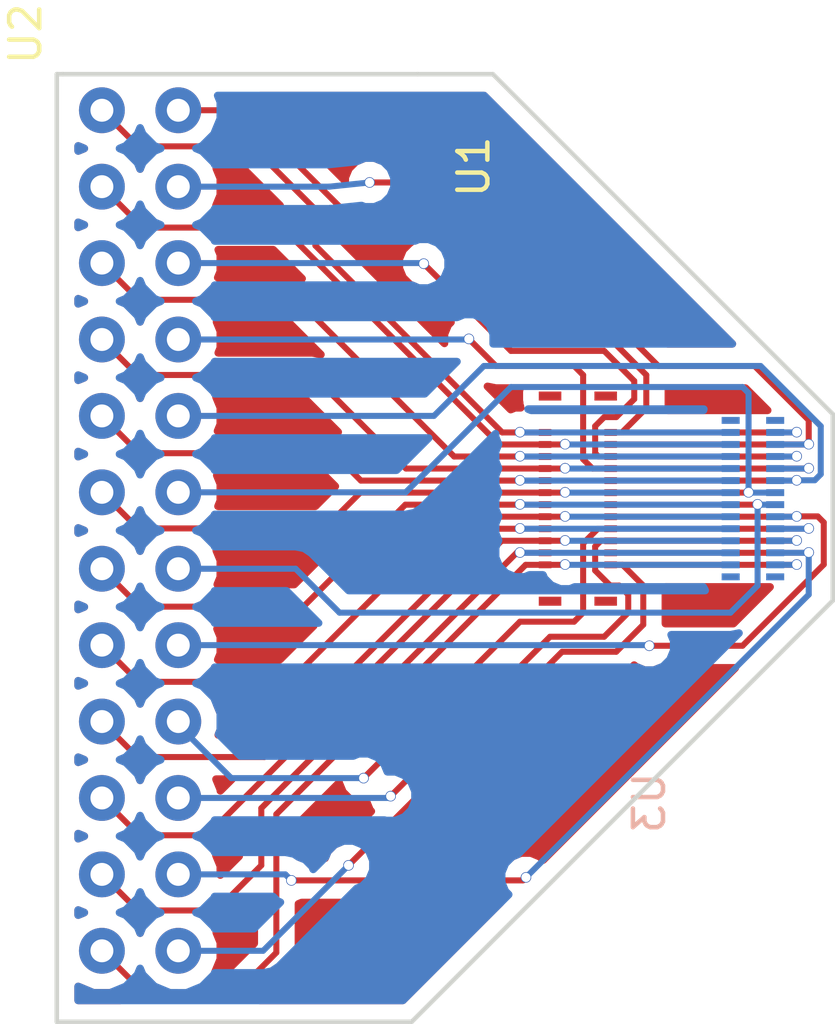
<source format=kicad_pcb>
(kicad_pcb (version 4) (host pcbnew 4.0.4-stable)

  (general
    (links 48)
    (no_connects 0)
    (area 134.185 76.96 161.975001 110.975001)
    (thickness 1.6)
    (drawings 11)
    (tracks 282)
    (zones 0)
    (modules 3)
    (nets 25)
  )

  (page A4)
  (layers
    (0 F.Cu signal)
    (31 B.Cu signal)
    (32 B.Adhes user)
    (33 F.Adhes user)
    (34 B.Paste user)
    (35 F.Paste user)
    (36 B.SilkS user)
    (37 F.SilkS user)
    (38 B.Mask user)
    (39 F.Mask user)
    (40 Dwgs.User user)
    (41 Cmts.User user)
    (42 Eco1.User user)
    (43 Eco2.User user)
    (44 Edge.Cuts user)
    (45 Margin user)
    (46 B.CrtYd user)
    (47 F.CrtYd user)
    (48 B.Fab user)
    (49 F.Fab user)
  )

  (setup
    (last_trace_width 0.2)
    (trace_clearance 0.1)
    (zone_clearance 0.508)
    (zone_45_only no)
    (trace_min 0.2)
    (segment_width 0.2)
    (edge_width 0.15)
    (via_size 0.35)
    (via_drill 0.3)
    (via_min_size 0.35)
    (via_min_drill 0.3)
    (uvia_size 0.3)
    (uvia_drill 0.1)
    (uvias_allowed no)
    (uvia_min_size 0.2)
    (uvia_min_drill 0.1)
    (pcb_text_width 0.3)
    (pcb_text_size 1.5 1.5)
    (mod_edge_width 0.15)
    (mod_text_size 1 1)
    (mod_text_width 0.15)
    (pad_size 0.23 0.6)
    (pad_drill 0)
    (pad_to_mask_clearance 0.2)
    (aux_axis_origin 0 0)
    (visible_elements FFFFFF7F)
    (pcbplotparams
      (layerselection 0x010f0_80000001)
      (usegerberextensions false)
      (excludeedgelayer true)
      (linewidth 0.100000)
      (plotframeref false)
      (viasonmask false)
      (mode 1)
      (useauxorigin false)
      (hpglpennumber 1)
      (hpglpenspeed 20)
      (hpglpendiameter 15)
      (hpglpenoverlay 2)
      (psnegative false)
      (psa4output false)
      (plotreference true)
      (plotvalue true)
      (plotinvisibletext false)
      (padsonsilk false)
      (subtractmaskfromsilk false)
      (outputformat 1)
      (mirror false)
      (drillshape 0)
      (scaleselection 1)
      (outputdirectory Output/))
  )

  (net 0 "")
  (net 1 "Net-(U1-Pad1)")
  (net 2 "Net-(U1-Pad2)")
  (net 3 "Net-(U1-Pad3)")
  (net 4 "Net-(U1-Pad4)")
  (net 5 "Net-(U1-Pad5)")
  (net 6 "Net-(U1-Pad6)")
  (net 7 "Net-(U1-Pad7)")
  (net 8 "Net-(U1-Pad8)")
  (net 9 "Net-(U1-Pad9)")
  (net 10 "Net-(U1-Pad10)")
  (net 11 "Net-(U1-Pad11)")
  (net 12 "Net-(U1-Pad12)")
  (net 13 "Net-(U1-Pad13)")
  (net 14 "Net-(U1-Pad14)")
  (net 15 "Net-(U1-Pad15)")
  (net 16 "Net-(U1-Pad16)")
  (net 17 "Net-(U1-Pad17)")
  (net 18 "Net-(U1-Pad18)")
  (net 19 "Net-(U1-Pad19)")
  (net 20 "Net-(U1-Pad20)")
  (net 21 "Net-(U1-Pad21)")
  (net 22 "Net-(U1-Pad22)")
  (net 23 "Net-(U1-Pad23)")
  (net 24 "Net-(U1-Pad24)")

  (net_class Default "This is the default net class."
    (clearance 0.1)
    (trace_width 0.2)
    (via_dia 0.35)
    (via_drill 0.3)
    (uvia_dia 0.3)
    (uvia_drill 0.1)
    (add_net "Net-(U1-Pad1)")
    (add_net "Net-(U1-Pad10)")
    (add_net "Net-(U1-Pad11)")
    (add_net "Net-(U1-Pad12)")
    (add_net "Net-(U1-Pad13)")
    (add_net "Net-(U1-Pad14)")
    (add_net "Net-(U1-Pad15)")
    (add_net "Net-(U1-Pad16)")
    (add_net "Net-(U1-Pad17)")
    (add_net "Net-(U1-Pad18)")
    (add_net "Net-(U1-Pad19)")
    (add_net "Net-(U1-Pad2)")
    (add_net "Net-(U1-Pad20)")
    (add_net "Net-(U1-Pad21)")
    (add_net "Net-(U1-Pad22)")
    (add_net "Net-(U1-Pad23)")
    (add_net "Net-(U1-Pad24)")
    (add_net "Net-(U1-Pad3)")
    (add_net "Net-(U1-Pad4)")
    (add_net "Net-(U1-Pad5)")
    (add_net "Net-(U1-Pad6)")
    (add_net "Net-(U1-Pad7)")
    (add_net "Net-(U1-Pad8)")
    (add_net "Net-(U1-Pad9)")
  )

  (module CustomConnect:CONN_HDR_24POS_0.4MM_SMD (layer B.Cu) (tedit 5A28CCB1) (tstamp 5A28DE3F)
    (at 158.34 96 90)
    (path /5A28CE0D)
    (fp_text reference U3 (at -7.62 -2.54 90) (layer B.SilkS)
      (effects (font (size 1 1) (thickness 0.15)) (justify mirror))
    )
    (fp_text value RECPT_24POS_SMD (at 1.27 -1.27 90) (layer B.Fab)
      (effects (font (size 1 1) (thickness 0.15)) (justify mirror))
    )
    (pad "" smd rect (at 5.09 0.165 270) (size 0.23 0.6) (layers B.Cu B.Paste B.Mask))
    (pad 1 smd rect (at 4.69 0.165 270) (size 0.23 0.6) (layers B.Cu B.Paste B.Mask)
      (net 1 "Net-(U1-Pad1)"))
    (pad 2 smd rect (at 4.29 0.165 270) (size 0.23 0.6) (layers B.Cu B.Paste B.Mask)
      (net 2 "Net-(U1-Pad2)"))
    (pad 3 smd rect (at 3.89 0.165 270) (size 0.23 0.6) (layers B.Cu B.Paste B.Mask)
      (net 3 "Net-(U1-Pad3)"))
    (pad 4 smd rect (at 3.49 0.165 270) (size 0.23 0.6) (layers B.Cu B.Paste B.Mask)
      (net 4 "Net-(U1-Pad4)"))
    (pad 5 smd rect (at 3.09 0.165 270) (size 0.23 0.6) (layers B.Cu B.Paste B.Mask)
      (net 5 "Net-(U1-Pad5)"))
    (pad 6 smd rect (at 2.69 0.165 270) (size 0.23 0.6) (layers B.Cu B.Paste B.Mask)
      (net 6 "Net-(U1-Pad6)"))
    (pad 7 smd rect (at 2.29 0.165 270) (size 0.23 0.6) (layers B.Cu B.Paste B.Mask)
      (net 7 "Net-(U1-Pad7)"))
    (pad 8 smd rect (at 1.89 0.165 270) (size 0.23 0.6) (layers B.Cu B.Paste B.Mask)
      (net 8 "Net-(U1-Pad8)"))
    (pad 9 smd rect (at 1.49 0.165 270) (size 0.23 0.6) (layers B.Cu B.Paste B.Mask)
      (net 9 "Net-(U1-Pad9)"))
    (pad 10 smd rect (at 1.09 0.165 270) (size 0.23 0.6) (layers B.Cu B.Paste B.Mask)
      (net 10 "Net-(U1-Pad10)"))
    (pad 11 smd rect (at 0.69 0.165 270) (size 0.23 0.6) (layers B.Cu B.Paste B.Mask)
      (net 11 "Net-(U1-Pad11)"))
    (pad 12 smd rect (at 0.29 0.165 270) (size 0.23 0.6) (layers B.Cu B.Paste B.Mask)
      (net 12 "Net-(U1-Pad12)"))
    (pad "" smd rect (at -0.11 0.165 270) (size 0.23 0.6) (layers B.Cu B.Paste B.Mask))
    (pad "" smd rect (at -0.11 1.645 270) (size 0.23 0.6) (layers B.Cu B.Paste B.Mask))
    (pad 13 smd rect (at 0.29 1.645 270) (size 0.23 0.6) (layers B.Cu B.Paste B.Mask)
      (net 13 "Net-(U1-Pad13)"))
    (pad 14 smd rect (at 0.69 1.645 270) (size 0.23 0.6) (layers B.Cu B.Paste B.Mask)
      (net 14 "Net-(U1-Pad14)"))
    (pad 15 smd rect (at 1.09 1.645 270) (size 0.23 0.6) (layers B.Cu B.Paste B.Mask)
      (net 15 "Net-(U1-Pad15)"))
    (pad 16 smd rect (at 1.49 1.645 270) (size 0.23 0.6) (layers B.Cu B.Paste B.Mask)
      (net 16 "Net-(U1-Pad16)"))
    (pad 17 smd rect (at 1.89 1.645 270) (size 0.23 0.6) (layers B.Cu B.Paste B.Mask)
      (net 17 "Net-(U1-Pad17)"))
    (pad 18 smd rect (at 2.29 1.645 270) (size 0.23 0.6) (layers B.Cu B.Paste B.Mask)
      (net 18 "Net-(U1-Pad18)"))
    (pad 19 smd rect (at 2.69 1.645 270) (size 0.23 0.6) (layers B.Cu B.Paste B.Mask)
      (net 19 "Net-(U1-Pad19)"))
    (pad 20 smd rect (at 3.09 1.645 270) (size 0.23 0.6) (layers B.Cu B.Paste B.Mask)
      (net 20 "Net-(U1-Pad20)"))
    (pad 21 smd rect (at 3.49 1.645 270) (size 0.23 0.6) (layers B.Cu B.Paste B.Mask)
      (net 21 "Net-(U1-Pad21)"))
    (pad 22 smd rect (at 3.89 1.645 270) (size 0.23 0.6) (layers B.Cu B.Paste B.Mask)
      (net 22 "Net-(U1-Pad22)"))
    (pad 23 smd rect (at 4.29 1.645 270) (size 0.23 0.6) (layers B.Cu B.Paste B.Mask)
      (net 23 "Net-(U1-Pad23)"))
    (pad 24 smd rect (at 4.69 1.645 270) (size 0.23 0.6) (layers B.Cu B.Paste B.Mask)
      (net 24 "Net-(U1-Pad24)"))
    (pad "" smd rect (at 5.09 1.645 270) (size 0.23 0.6) (layers B.Cu B.Paste B.Mask))
  )

  (module CustomConnect:CONN_RCPT_24POS_0.4MM_SMD (layer F.Cu) (tedit 5A28C99E) (tstamp 5A28DE03)
    (at 152.5 90.1 270)
    (path /5A28CEBE)
    (fp_text reference U1 (at -7.62 2.54 270) (layer F.SilkS)
      (effects (font (size 1 1) (thickness 0.15)))
    )
    (fp_text value RECPT_24POS_SMD (at 1.27 1.27 270) (layer F.Fab)
      (effects (font (size 1 1) (thickness 0.15)))
    )
    (pad "" connect rect (at 0 -1.85 270) (size 0.3 0.75) (layers F.Cu F.Mask))
    (pad "" smd rect (at 6.82 -1.85 270) (size 0.3 0.75) (layers F.Cu F.Paste F.Mask))
    (pad "" smd rect (at 6.82 0 270) (size 0.3 0.75) (layers F.Cu F.Paste F.Mask))
    (pad "" smd rect (at 0 0 270) (size 0.3 0.75) (layers F.Cu F.Paste F.Mask))
    (pad 1 smd rect (at 1.21 0.165 270) (size 0.23 0.42) (layers F.Cu F.Paste F.Mask)
      (net 1 "Net-(U1-Pad1)"))
    (pad 2 smd rect (at 1.61 0.165 270) (size 0.23 0.42) (layers F.Cu F.Paste F.Mask)
      (net 2 "Net-(U1-Pad2)"))
    (pad 3 smd rect (at 2.01 0.165 270) (size 0.23 0.42) (layers F.Cu F.Paste F.Mask)
      (net 3 "Net-(U1-Pad3)"))
    (pad 4 smd rect (at 2.41 0.165 270) (size 0.23 0.42) (layers F.Cu F.Paste F.Mask)
      (net 4 "Net-(U1-Pad4)"))
    (pad 5 smd rect (at 2.81 0.165 270) (size 0.23 0.42) (layers F.Cu F.Paste F.Mask)
      (net 5 "Net-(U1-Pad5)"))
    (pad 6 smd rect (at 3.21 0.165 270) (size 0.23 0.42) (layers F.Cu F.Paste F.Mask)
      (net 6 "Net-(U1-Pad6)"))
    (pad 7 smd rect (at 3.61 0.165 270) (size 0.23 0.42) (layers F.Cu F.Paste F.Mask)
      (net 7 "Net-(U1-Pad7)"))
    (pad 8 smd rect (at 4.01 0.165 270) (size 0.23 0.42) (layers F.Cu F.Paste F.Mask)
      (net 8 "Net-(U1-Pad8)"))
    (pad 9 smd rect (at 4.41 0.165 270) (size 0.23 0.42) (layers F.Cu F.Paste F.Mask)
      (net 9 "Net-(U1-Pad9)"))
    (pad 10 smd rect (at 4.81 0.165 270) (size 0.23 0.42) (layers F.Cu F.Paste F.Mask)
      (net 10 "Net-(U1-Pad10)"))
    (pad 11 smd rect (at 5.21 0.165 270) (size 0.23 0.42) (layers F.Cu F.Paste F.Mask)
      (net 11 "Net-(U1-Pad11)"))
    (pad 12 smd rect (at 5.61 0.165 270) (size 0.23 0.42) (layers F.Cu F.Paste F.Mask)
      (net 12 "Net-(U1-Pad12)"))
    (pad 13 smd rect (at 5.61 -2.015 270) (size 0.23 0.42) (layers F.Cu F.Paste F.Mask)
      (net 13 "Net-(U1-Pad13)"))
    (pad 14 smd rect (at 5.21 -2.015 270) (size 0.23 0.42) (layers F.Cu F.Paste F.Mask)
      (net 14 "Net-(U1-Pad14)"))
    (pad 15 smd rect (at 4.81 -2.015 270) (size 0.23 0.42) (layers F.Cu F.Paste F.Mask)
      (net 15 "Net-(U1-Pad15)"))
    (pad 16 smd rect (at 4.41 -2.015 270) (size 0.23 0.42) (layers F.Cu F.Paste F.Mask)
      (net 16 "Net-(U1-Pad16)"))
    (pad 17 smd rect (at 4.01 -2.015 270) (size 0.23 0.42) (layers F.Cu F.Paste F.Mask)
      (net 17 "Net-(U1-Pad17)"))
    (pad 18 smd rect (at 3.61 -2.015 270) (size 0.23 0.42) (layers F.Cu F.Paste F.Mask)
      (net 18 "Net-(U1-Pad18)"))
    (pad 19 smd rect (at 3.21 -2.015 270) (size 0.23 0.42) (layers F.Cu F.Paste F.Mask)
      (net 19 "Net-(U1-Pad19)"))
    (pad 20 smd rect (at 2.81 -2.015 270) (size 0.23 0.42) (layers F.Cu F.Paste F.Mask)
      (net 20 "Net-(U1-Pad20)"))
    (pad 21 smd rect (at 2.41 -2.015 270) (size 0.23 0.42) (layers F.Cu F.Paste F.Mask)
      (net 21 "Net-(U1-Pad21)"))
    (pad 22 smd rect (at 2.01 -2.015 270) (size 0.23 0.42) (layers F.Cu F.Paste F.Mask)
      (net 22 "Net-(U1-Pad22)"))
    (pad 23 smd rect (at 1.61 -2.015 270) (size 0.23 0.42) (layers F.Cu F.Paste F.Mask)
      (net 23 "Net-(U1-Pad23)"))
    (pad 24 smd rect (at 1.21 -2.015 270) (size 0.23 0.42) (layers F.Cu F.Paste F.Mask)
      (net 24 "Net-(U1-Pad24)"))
  )

  (module CustomConnect:24_PIN_2ROW_HEADER (layer F.Cu) (tedit 5A28DA7D) (tstamp 5A28DE1F)
    (at 137.6 80.6 270)
    (path /5A28D636)
    (fp_text reference U2 (at -2.54 2.54 270) (layer F.SilkS)
      (effects (font (size 1 1) (thickness 0.15)))
    )
    (fp_text value 24_PIN_HDR_TH (at 7.62 2.54 270) (layer F.Fab)
      (effects (font (size 1 1) (thickness 0.15)))
    )
    (pad 1 thru_hole circle (at 0 0 270) (size 1.524 1.524) (drill 0.762) (layers *.Cu *.Mask)
      (net 1 "Net-(U1-Pad1)"))
    (pad 2 thru_hole circle (at 2.54 0 270) (size 1.524 1.524) (drill 0.762) (layers *.Cu *.Mask)
      (net 2 "Net-(U1-Pad2)"))
    (pad 3 thru_hole circle (at 5.08 0 270) (size 1.524 1.524) (drill 0.762) (layers *.Cu *.Mask)
      (net 3 "Net-(U1-Pad3)"))
    (pad 4 thru_hole circle (at 7.62 0 270) (size 1.524 1.524) (drill 0.762) (layers *.Cu *.Mask)
      (net 4 "Net-(U1-Pad4)"))
    (pad 5 thru_hole circle (at 10.16 0 270) (size 1.524 1.524) (drill 0.762) (layers *.Cu *.Mask)
      (net 5 "Net-(U1-Pad5)"))
    (pad 6 thru_hole circle (at 12.7 0 270) (size 1.524 1.524) (drill 0.762) (layers *.Cu *.Mask)
      (net 6 "Net-(U1-Pad6)"))
    (pad 7 thru_hole circle (at 15.24 0 270) (size 1.524 1.524) (drill 0.762) (layers *.Cu *.Mask)
      (net 7 "Net-(U1-Pad7)"))
    (pad 8 thru_hole circle (at 17.78 0 270) (size 1.524 1.524) (drill 0.762) (layers *.Cu *.Mask)
      (net 8 "Net-(U1-Pad8)"))
    (pad 9 thru_hole circle (at 20.32 0 270) (size 1.524 1.524) (drill 0.762) (layers *.Cu *.Mask)
      (net 9 "Net-(U1-Pad9)"))
    (pad 10 thru_hole circle (at 22.86 0 270) (size 1.524 1.524) (drill 0.762) (layers *.Cu *.Mask)
      (net 10 "Net-(U1-Pad10)"))
    (pad 11 thru_hole circle (at 25.4 0 270) (size 1.524 1.524) (drill 0.762) (layers *.Cu *.Mask)
      (net 11 "Net-(U1-Pad11)"))
    (pad 12 thru_hole circle (at 27.94 0 270) (size 1.524 1.524) (drill 0.762) (layers *.Cu *.Mask)
      (net 12 "Net-(U1-Pad12)"))
    (pad 13 thru_hole circle (at 27.94 -2.54 270) (size 1.524 1.524) (drill 0.762) (layers *.Cu *.Mask)
      (net 13 "Net-(U1-Pad13)"))
    (pad 14 thru_hole circle (at 25.4 -2.54 270) (size 1.524 1.524) (drill 0.762) (layers *.Cu *.Mask)
      (net 14 "Net-(U1-Pad14)"))
    (pad 15 thru_hole circle (at 22.86 -2.54 270) (size 1.524 1.524) (drill 0.762) (layers *.Cu *.Mask)
      (net 15 "Net-(U1-Pad15)"))
    (pad 16 thru_hole circle (at 20.32 -2.54 270) (size 1.524 1.524) (drill 0.762) (layers *.Cu *.Mask)
      (net 16 "Net-(U1-Pad16)"))
    (pad 17 thru_hole circle (at 17.78 -2.54 270) (size 1.524 1.524) (drill 0.762) (layers *.Cu *.Mask)
      (net 17 "Net-(U1-Pad17)"))
    (pad 18 thru_hole circle (at 15.24 -2.54 270) (size 1.524 1.524) (drill 0.762) (layers *.Cu *.Mask)
      (net 18 "Net-(U1-Pad18)"))
    (pad 19 thru_hole circle (at 12.7 -2.54 270) (size 1.524 1.524) (drill 0.762) (layers *.Cu *.Mask)
      (net 19 "Net-(U1-Pad19)"))
    (pad 20 thru_hole circle (at 10.16 -2.54 270) (size 1.524 1.524) (drill 0.762) (layers *.Cu *.Mask)
      (net 20 "Net-(U1-Pad20)"))
    (pad 21 thru_hole circle (at 7.62 -2.54 270) (size 1.524 1.524) (drill 0.762) (layers *.Cu *.Mask)
      (net 21 "Net-(U1-Pad21)"))
    (pad 22 thru_hole circle (at 5.08 -2.54 270) (size 1.524 1.524) (drill 0.762) (layers *.Cu *.Mask)
      (net 22 "Net-(U1-Pad22)"))
    (pad 23 thru_hole circle (at 2.54 -2.54 270) (size 1.524 1.524) (drill 0.762) (layers *.Cu *.Mask)
      (net 23 "Net-(U1-Pad23)"))
    (pad 24 thru_hole circle (at 0 -2.54 270) (size 1.524 1.524) (drill 0.762) (layers *.Cu *.Mask)
      (net 24 "Net-(U1-Pad24)"))
  )

  (gr_line (start 161.9 96.9) (end 161.9 96.8) (angle 90) (layer Edge.Cuts) (width 0.15))
  (gr_line (start 147.9 110.9) (end 161.9 96.9) (angle 90) (layer Edge.Cuts) (width 0.15))
  (gr_line (start 147.9 110.9) (end 136.1 110.9) (angle 90) (layer Edge.Cuts) (width 0.15))
  (gr_line (start 161.9 96.3) (end 161.9 96.8) (angle 90) (layer Edge.Cuts) (width 0.15))
  (gr_line (start 161.9 93.4) (end 161.9 96.3) (angle 90) (layer Edge.Cuts) (width 0.15))
  (gr_line (start 150.6 79.4) (end 148.1 79.4) (angle 90) (layer Edge.Cuts) (width 0.15))
  (gr_line (start 161.9 90.7) (end 150.6 79.4) (angle 90) (layer Edge.Cuts) (width 0.15))
  (gr_line (start 161.9 93.4) (end 161.9 90.7) (angle 90) (layer Edge.Cuts) (width 0.15))
  (gr_line (start 136.3 79.4) (end 148.1 79.4) (angle 90) (layer Edge.Cuts) (width 0.15))
  (gr_line (start 136.1 79.4) (end 136.3 79.4) (angle 90) (layer Edge.Cuts) (width 0.15))
  (gr_line (start 136.1 110.9) (end 136.1 79.4) (angle 90) (layer Edge.Cuts) (width 0.15))

  (segment (start 152.335 91.31) (end 150.91 91.31) (width 0.2) (layer F.Cu) (net 1))
  (segment (start 138.8 81.8) (end 137.6 80.6) (width 0.2) (layer F.Cu) (net 1) (tstamp 5A28E982))
  (segment (start 142.6 81.8) (end 138.8 81.8) (width 0.2) (layer F.Cu) (net 1) (tstamp 5A28E980))
  (segment (start 144.7 83.9) (end 142.6 81.8) (width 0.2) (layer F.Cu) (net 1) (tstamp 5A28E97E))
  (segment (start 144.7 85.1) (end 144.7 83.9) (width 0.2) (layer F.Cu) (net 1) (tstamp 5A28E97C))
  (segment (start 150.91 91.31) (end 144.7 85.1) (width 0.2) (layer F.Cu) (net 1) (tstamp 5A28E97A))
  (segment (start 158.505 91.31) (end 151.51 91.31) (width 0.2) (layer B.Cu) (net 1))
  (segment (start 151.49 91.31) (end 152.335 91.31) (width 0.2) (layer F.Cu) (net 1) (tstamp 5A28E69E))
  (segment (start 151.5 91.3) (end 151.49 91.31) (width 0.2) (layer F.Cu) (net 1) (tstamp 5A28E69D))
  (via (at 151.5 91.3) (size 0.35) (drill 0.3) (layers F.Cu B.Cu) (net 1))
  (segment (start 151.51 91.31) (end 151.5 91.3) (width 0.2) (layer B.Cu) (net 1) (tstamp 5A28E682))
  (segment (start 152.335 91.71) (end 150.81 91.71) (width 0.2) (layer F.Cu) (net 2))
  (segment (start 138.96 84.5) (end 137.6 83.14) (width 0.2) (layer F.Cu) (net 2) (tstamp 5A28E9B7))
  (segment (start 143.6 84.5) (end 138.96 84.5) (width 0.2) (layer F.Cu) (net 2) (tstamp 5A28E9AD))
  (segment (start 150.81 91.71) (end 143.6 84.5) (width 0.2) (layer F.Cu) (net 2) (tstamp 5A28E9AB))
  (segment (start 152.335 91.71) (end 152.99 91.71) (width 0.2) (layer F.Cu) (net 2))
  (segment (start 153.01 91.71) (end 158.505 91.71) (width 0.2) (layer B.Cu) (net 2) (tstamp 5A28E79B))
  (segment (start 153 91.7) (end 153.01 91.71) (width 0.2) (layer B.Cu) (net 2) (tstamp 5A28E79A))
  (via (at 153 91.7) (size 0.35) (drill 0.3) (layers F.Cu B.Cu) (net 2))
  (segment (start 152.99 91.71) (end 153 91.7) (width 0.2) (layer F.Cu) (net 2) (tstamp 5A28E795))
  (segment (start 152.335 92.11) (end 149.31 92.11) (width 0.2) (layer F.Cu) (net 3))
  (segment (start 138.82 86.9) (end 137.6 85.68) (width 0.2) (layer F.Cu) (net 3) (tstamp 5A28E9C8))
  (segment (start 144.1 86.9) (end 138.82 86.9) (width 0.2) (layer F.Cu) (net 3) (tstamp 5A28E9C6))
  (segment (start 149.31 92.11) (end 144.1 86.9) (width 0.2) (layer F.Cu) (net 3) (tstamp 5A28E9BE))
  (segment (start 158.505 92.11) (end 151.51 92.11) (width 0.2) (layer B.Cu) (net 3))
  (segment (start 151.49 92.11) (end 152.335 92.11) (width 0.2) (layer F.Cu) (net 3) (tstamp 5A28E7A6))
  (segment (start 151.5 92.1) (end 151.49 92.11) (width 0.2) (layer F.Cu) (net 3) (tstamp 5A28E7A5))
  (via (at 151.5 92.1) (size 0.35) (drill 0.3) (layers F.Cu B.Cu) (net 3))
  (segment (start 151.51 92.11) (end 151.5 92.1) (width 0.2) (layer B.Cu) (net 3) (tstamp 5A28E7A0))
  (segment (start 152.335 92.51) (end 147.71 92.51) (width 0.2) (layer F.Cu) (net 4))
  (segment (start 138.78 89.4) (end 137.6 88.22) (width 0.2) (layer F.Cu) (net 4) (tstamp 5A28E9D2))
  (segment (start 144.6 89.4) (end 138.78 89.4) (width 0.2) (layer F.Cu) (net 4) (tstamp 5A28E9CE))
  (segment (start 147.71 92.51) (end 144.6 89.4) (width 0.2) (layer F.Cu) (net 4) (tstamp 5A28E9CC))
  (segment (start 152.335 92.51) (end 152.99 92.51) (width 0.2) (layer F.Cu) (net 4))
  (segment (start 153.01 92.51) (end 158.505 92.51) (width 0.2) (layer B.Cu) (net 4) (tstamp 5A28E7AC))
  (segment (start 153 92.5) (end 153.01 92.51) (width 0.2) (layer B.Cu) (net 4) (tstamp 5A28E7AB))
  (via (at 153 92.5) (size 0.35) (drill 0.3) (layers F.Cu B.Cu) (net 4))
  (segment (start 152.99 92.51) (end 153 92.5) (width 0.2) (layer F.Cu) (net 4) (tstamp 5A28E7A9))
  (segment (start 152.335 92.91) (end 146.21 92.91) (width 0.2) (layer F.Cu) (net 5))
  (segment (start 138.84 92) (end 137.6 90.76) (width 0.2) (layer F.Cu) (net 5) (tstamp 5A28E9E6))
  (segment (start 145.3 92) (end 138.84 92) (width 0.2) (layer F.Cu) (net 5) (tstamp 5A28E9D8))
  (segment (start 146.21 92.91) (end 145.3 92) (width 0.2) (layer F.Cu) (net 5) (tstamp 5A28E9D6))
  (segment (start 158.505 92.91) (end 151.51 92.91) (width 0.2) (layer B.Cu) (net 5))
  (segment (start 151.49 92.91) (end 152.335 92.91) (width 0.2) (layer F.Cu) (net 5) (tstamp 5A28E7B5))
  (segment (start 151.5 92.9) (end 151.49 92.91) (width 0.2) (layer F.Cu) (net 5) (tstamp 5A28E7B4))
  (via (at 151.5 92.9) (size 0.35) (drill 0.3) (layers F.Cu B.Cu) (net 5))
  (segment (start 151.51 92.91) (end 151.5 92.9) (width 0.2) (layer B.Cu) (net 5) (tstamp 5A28E7AF))
  (segment (start 152.335 93.31) (end 146.19 93.31) (width 0.2) (layer F.Cu) (net 6))
  (segment (start 138.8 94.5) (end 137.6 93.3) (width 0.2) (layer F.Cu) (net 6) (tstamp 5A28E9F3))
  (segment (start 145 94.5) (end 138.8 94.5) (width 0.2) (layer F.Cu) (net 6) (tstamp 5A28E9F0))
  (segment (start 146.19 93.31) (end 145 94.5) (width 0.2) (layer F.Cu) (net 6) (tstamp 5A28E9EA))
  (segment (start 152.335 93.31) (end 152.99 93.31) (width 0.2) (layer F.Cu) (net 6))
  (segment (start 153.01 93.31) (end 158.505 93.31) (width 0.2) (layer B.Cu) (net 6) (tstamp 5A28E7BB))
  (segment (start 153 93.3) (end 153.01 93.31) (width 0.2) (layer B.Cu) (net 6) (tstamp 5A28E7BA))
  (via (at 153 93.3) (size 0.35) (drill 0.3) (layers F.Cu B.Cu) (net 6))
  (segment (start 152.99 93.31) (end 153 93.3) (width 0.2) (layer F.Cu) (net 6) (tstamp 5A28E7B8))
  (segment (start 152.335 93.71) (end 147.69 93.71) (width 0.2) (layer F.Cu) (net 7))
  (segment (start 138.86 97.1) (end 137.6 95.84) (width 0.2) (layer F.Cu) (net 7) (tstamp 5A28EA05))
  (segment (start 144.3 97.1) (end 138.86 97.1) (width 0.2) (layer F.Cu) (net 7) (tstamp 5A28EA00))
  (segment (start 147.69 93.71) (end 144.3 97.1) (width 0.2) (layer F.Cu) (net 7) (tstamp 5A28E9F7))
  (segment (start 158.505 93.71) (end 151.51 93.71) (width 0.2) (layer B.Cu) (net 7))
  (segment (start 151.49 93.71) (end 152.335 93.71) (width 0.2) (layer F.Cu) (net 7) (tstamp 5A28E7C3))
  (segment (start 151.5 93.7) (end 151.49 93.71) (width 0.2) (layer F.Cu) (net 7) (tstamp 5A28E7C2))
  (via (at 151.5 93.7) (size 0.35) (drill 0.3) (layers F.Cu B.Cu) (net 7))
  (segment (start 151.51 93.71) (end 151.5 93.7) (width 0.2) (layer B.Cu) (net 7) (tstamp 5A28E7BE))
  (segment (start 152.335 94.11) (end 149.31 94.11) (width 0.2) (layer F.Cu) (net 8))
  (segment (start 138.82 99.6) (end 137.6 98.38) (width 0.2) (layer F.Cu) (net 8) (tstamp 5A28EA13))
  (segment (start 143.82 99.6) (end 138.82 99.6) (width 0.2) (layer F.Cu) (net 8) (tstamp 5A28EA0C))
  (segment (start 149.31 94.11) (end 143.82 99.6) (width 0.2) (layer F.Cu) (net 8) (tstamp 5A28EA09))
  (segment (start 152.335 94.11) (end 152.99 94.11) (width 0.2) (layer F.Cu) (net 8))
  (segment (start 153.01 94.11) (end 158.505 94.11) (width 0.2) (layer B.Cu) (net 8) (tstamp 5A28E7C9))
  (segment (start 153 94.1) (end 153.01 94.11) (width 0.2) (layer B.Cu) (net 8) (tstamp 5A28E7C8))
  (via (at 153 94.1) (size 0.35) (drill 0.3) (layers F.Cu B.Cu) (net 8))
  (segment (start 152.99 94.11) (end 153 94.1) (width 0.2) (layer F.Cu) (net 8) (tstamp 5A28E7C6))
  (segment (start 152.335 94.51) (end 150.59 94.51) (width 0.2) (layer F.Cu) (net 9))
  (segment (start 138.78 102.1) (end 137.6 100.92) (width 0.2) (layer F.Cu) (net 9) (tstamp 5A28EA27))
  (segment (start 143 102.1) (end 138.78 102.1) (width 0.2) (layer F.Cu) (net 9) (tstamp 5A28EA24))
  (segment (start 150.59 94.51) (end 143 102.1) (width 0.2) (layer F.Cu) (net 9) (tstamp 5A28EA18))
  (segment (start 158.505 94.51) (end 151.51 94.51) (width 0.2) (layer B.Cu) (net 9))
  (segment (start 151.49 94.51) (end 152.335 94.51) (width 0.2) (layer F.Cu) (net 9) (tstamp 5A28E7D3))
  (segment (start 151.5 94.5) (end 151.49 94.51) (width 0.2) (layer F.Cu) (net 9) (tstamp 5A28E7D2))
  (via (at 151.5 94.5) (size 0.35) (drill 0.3) (layers F.Cu B.Cu) (net 9))
  (segment (start 151.51 94.51) (end 151.5 94.5) (width 0.2) (layer B.Cu) (net 9) (tstamp 5A28E7CD))
  (segment (start 152.335 94.91) (end 150.89 94.91) (width 0.2) (layer F.Cu) (net 10))
  (segment (start 138.84 104.7) (end 137.6 103.46) (width 0.2) (layer F.Cu) (net 10) (tstamp 5A28EA3E))
  (segment (start 141.1 104.7) (end 138.84 104.7) (width 0.2) (layer F.Cu) (net 10) (tstamp 5A28EA3C))
  (segment (start 150.89 94.91) (end 141.1 104.7) (width 0.2) (layer F.Cu) (net 10) (tstamp 5A28EA2B))
  (segment (start 152.335 94.91) (end 152.99 94.91) (width 0.2) (layer F.Cu) (net 10))
  (segment (start 153.01 94.91) (end 158.505 94.91) (width 0.2) (layer B.Cu) (net 10) (tstamp 5A28E7D9))
  (segment (start 153 94.9) (end 153.01 94.91) (width 0.2) (layer B.Cu) (net 10) (tstamp 5A28E7D8))
  (via (at 153 94.9) (size 0.35) (drill 0.3) (layers F.Cu B.Cu) (net 10))
  (segment (start 152.99 94.91) (end 153 94.9) (width 0.2) (layer F.Cu) (net 10) (tstamp 5A28E7D6))
  (segment (start 152.335 95.31) (end 151.39 95.31) (width 0.2) (layer F.Cu) (net 11))
  (segment (start 138.8 107.2) (end 137.6 106) (width 0.2) (layer F.Cu) (net 11) (tstamp 5A28EA6F))
  (segment (start 141.4 107.2) (end 138.8 107.2) (width 0.2) (layer F.Cu) (net 11) (tstamp 5A28EA6D))
  (segment (start 142.9 105.7) (end 141.4 107.2) (width 0.2) (layer F.Cu) (net 11) (tstamp 5A28EA6B))
  (segment (start 142.9 103.8) (end 142.9 105.7) (width 0.2) (layer F.Cu) (net 11) (tstamp 5A28EA67))
  (segment (start 151.39 95.31) (end 142.9 103.8) (width 0.2) (layer F.Cu) (net 11) (tstamp 5A28EA64))
  (segment (start 158.505 95.31) (end 151.51 95.31) (width 0.2) (layer B.Cu) (net 11))
  (segment (start 151.49 95.31) (end 152.335 95.31) (width 0.2) (layer F.Cu) (net 11) (tstamp 5A28E7DF))
  (segment (start 151.5 95.3) (end 151.49 95.31) (width 0.2) (layer F.Cu) (net 11) (tstamp 5A28E7DE))
  (via (at 151.5 95.3) (size 0.35) (drill 0.3) (layers F.Cu B.Cu) (net 11))
  (segment (start 151.51 95.31) (end 151.5 95.3) (width 0.2) (layer B.Cu) (net 11) (tstamp 5A28E7DC))
  (segment (start 152.335 95.71) (end 151.69 95.71) (width 0.2) (layer F.Cu) (net 12))
  (segment (start 139.06 110) (end 137.6 108.54) (width 0.2) (layer F.Cu) (net 12) (tstamp 5A28EA87))
  (segment (start 142 110) (end 139.06 110) (width 0.2) (layer F.Cu) (net 12) (tstamp 5A28EA85))
  (segment (start 143.4 108.6) (end 142 110) (width 0.2) (layer F.Cu) (net 12) (tstamp 5A28EA83))
  (segment (start 143.4 104) (end 143.4 108.6) (width 0.2) (layer F.Cu) (net 12) (tstamp 5A28EA76))
  (segment (start 151.69 95.71) (end 143.4 104) (width 0.2) (layer F.Cu) (net 12) (tstamp 5A28EA74))
  (segment (start 152.335 95.71) (end 152.99 95.71) (width 0.2) (layer F.Cu) (net 12))
  (segment (start 153.01 95.71) (end 158.505 95.71) (width 0.2) (layer B.Cu) (net 12) (tstamp 5A28E7E5))
  (segment (start 153 95.7) (end 153.01 95.71) (width 0.2) (layer B.Cu) (net 12) (tstamp 5A28E7E4))
  (via (at 153 95.7) (size 0.35) (drill 0.3) (layers F.Cu B.Cu) (net 12))
  (segment (start 152.99 95.71) (end 153 95.7) (width 0.2) (layer F.Cu) (net 12) (tstamp 5A28E7E2))
  (segment (start 154.515 95.71) (end 154.91 95.71) (width 0.2) (layer F.Cu) (net 13) (status 400000))
  (segment (start 142.96 108.54) (end 140.14 108.54) (width 0.2) (layer B.Cu) (net 13) (tstamp 5A28F31C) (status 800000))
  (segment (start 145.8 105.7) (end 142.96 108.54) (width 0.2) (layer B.Cu) (net 13) (tstamp 5A28F31B))
  (via (at 145.8 105.7) (size 0.35) (drill 0.3) (layers F.Cu B.Cu) (net 13))
  (segment (start 152.9 98.6) (end 145.8 105.7) (width 0.2) (layer F.Cu) (net 13) (tstamp 5A28F2F8))
  (segment (start 154.7 98.6) (end 152.9 98.6) (width 0.2) (layer F.Cu) (net 13) (tstamp 5A28F2F5))
  (segment (start 155.6 97.7) (end 154.7 98.6) (width 0.2) (layer F.Cu) (net 13) (tstamp 5A28F2F2))
  (segment (start 155.6 96.4) (end 155.6 97.7) (width 0.2) (layer F.Cu) (net 13) (tstamp 5A28F2F0))
  (segment (start 154.91 95.71) (end 155.6 96.4) (width 0.2) (layer F.Cu) (net 13) (tstamp 5A28F2ED))
  (segment (start 159.985 95.71) (end 160.69 95.71) (width 0.2) (layer B.Cu) (net 13))
  (segment (start 160.69 95.71) (end 160.7 95.7) (width 0.2) (layer B.Cu) (net 13) (tstamp 5A28E86D))
  (via (at 160.7 95.7) (size 0.35) (drill 0.3) (layers F.Cu B.Cu) (net 13))
  (segment (start 160.7 95.7) (end 160.69 95.71) (width 0.2) (layer F.Cu) (net 13) (tstamp 5A28E86F))
  (segment (start 160.69 95.71) (end 154.515 95.71) (width 0.2) (layer F.Cu) (net 13) (tstamp 5A28E870))
  (segment (start 161.1 95.3) (end 161.1 96.7) (width 0.2) (layer B.Cu) (net 14))
  (segment (start 143.7 106) (end 140.14 106) (width 0.2) (layer B.Cu) (net 14) (tstamp 5A28F285) (status 800000))
  (segment (start 143.9 106.2) (end 143.7 106) (width 0.2) (layer B.Cu) (net 14) (tstamp 5A28F284))
  (via (at 143.9 106.2) (size 0.35) (drill 0.3) (layers F.Cu B.Cu) (net 14))
  (segment (start 151.6 106.2) (end 143.9 106.2) (width 0.2) (layer F.Cu) (net 14) (tstamp 5A28F282))
  (segment (start 151.7 106.1) (end 151.6 106.2) (width 0.2) (layer F.Cu) (net 14) (tstamp 5A28F281))
  (via (at 151.7 106.1) (size 0.35) (drill 0.3) (layers F.Cu B.Cu) (net 14))
  (segment (start 161.1 96.7) (end 151.7 106.1) (width 0.2) (layer B.Cu) (net 14) (tstamp 5A28F271))
  (segment (start 154.515 95.31) (end 161.09 95.31) (width 0.2) (layer F.Cu) (net 14))
  (segment (start 161.09 95.31) (end 161.1 95.3) (width 0.2) (layer F.Cu) (net 14) (tstamp 5A28E867))
  (via (at 161.1 95.3) (size 0.35) (drill 0.3) (layers F.Cu B.Cu) (net 14))
  (segment (start 161.1 95.3) (end 161.09 95.31) (width 0.2) (layer B.Cu) (net 14) (tstamp 5A28E869))
  (segment (start 161.09 95.31) (end 159.985 95.31) (width 0.2) (layer B.Cu) (net 14) (tstamp 5A28E86A))
  (segment (start 154.515 94.91) (end 154.19 94.91) (width 0.2) (layer F.Cu) (net 15))
  (segment (start 147.14 103.46) (end 140.14 103.46) (width 0.2) (layer B.Cu) (net 15) (tstamp 5A28EFAA))
  (segment (start 147.2 103.4) (end 147.14 103.46) (width 0.2) (layer B.Cu) (net 15) (tstamp 5A28EFA9))
  (via (at 147.2 103.4) (size 0.35) (drill 0.3) (layers F.Cu B.Cu) (net 15))
  (segment (start 152.5 98.1) (end 147.2 103.4) (width 0.2) (layer F.Cu) (net 15) (tstamp 5A28EFA2))
  (segment (start 154.3 98.1) (end 152.5 98.1) (width 0.2) (layer F.Cu) (net 15) (tstamp 5A28EF97))
  (segment (start 155.1 97.3) (end 154.3 98.1) (width 0.2) (layer F.Cu) (net 15) (tstamp 5A28EF95))
  (segment (start 155.1 96.7) (end 155.1 97.3) (width 0.2) (layer F.Cu) (net 15) (tstamp 5A28EF94))
  (segment (start 154.8 96.4) (end 155.1 96.7) (width 0.2) (layer F.Cu) (net 15) (tstamp 5A28EF92))
  (segment (start 154.5 96.4) (end 154.8 96.4) (width 0.2) (layer F.Cu) (net 15) (tstamp 5A28EF8F))
  (segment (start 154 95.9) (end 154.5 96.4) (width 0.2) (layer F.Cu) (net 15) (tstamp 5A28EF8E))
  (segment (start 154 95.1) (end 154 95.9) (width 0.2) (layer F.Cu) (net 15) (tstamp 5A28EF8B))
  (segment (start 154.19 94.91) (end 154 95.1) (width 0.2) (layer F.Cu) (net 15) (tstamp 5A28EF86))
  (segment (start 159.985 94.91) (end 160.69 94.91) (width 0.2) (layer B.Cu) (net 15))
  (segment (start 160.69 94.91) (end 160.7 94.9) (width 0.2) (layer B.Cu) (net 15) (tstamp 5A28E861))
  (via (at 160.7 94.9) (size 0.35) (drill 0.3) (layers F.Cu B.Cu) (net 15))
  (segment (start 160.7 94.9) (end 160.69 94.91) (width 0.2) (layer F.Cu) (net 15) (tstamp 5A28E863))
  (segment (start 160.69 94.91) (end 154.515 94.91) (width 0.2) (layer F.Cu) (net 15) (tstamp 5A28E864))
  (segment (start 154.515 94.51) (end 154.09 94.51) (width 0.2) (layer F.Cu) (net 16) (status 400000))
  (segment (start 141.9 102.8) (end 140.14 101.04) (width 0.2) (layer B.Cu) (net 16) (tstamp 5A28F210) (status 800000))
  (segment (start 146.3 102.8) (end 141.9 102.8) (width 0.2) (layer B.Cu) (net 16) (tstamp 5A28F20F))
  (via (at 146.3 102.8) (size 0.35) (drill 0.3) (layers F.Cu B.Cu) (net 16))
  (segment (start 151.5 97.6) (end 146.3 102.8) (width 0.2) (layer F.Cu) (net 16) (tstamp 5A28F202))
  (segment (start 153.3 97.6) (end 151.5 97.6) (width 0.2) (layer F.Cu) (net 16) (tstamp 5A28F200))
  (segment (start 153.6 97.3) (end 153.3 97.6) (width 0.2) (layer F.Cu) (net 16) (tstamp 5A28F1FD))
  (segment (start 153.6 95) (end 153.6 97.3) (width 0.2) (layer F.Cu) (net 16) (tstamp 5A28F1F8))
  (segment (start 154.09 94.51) (end 153.6 95) (width 0.2) (layer F.Cu) (net 16) (tstamp 5A28F1F5))
  (segment (start 140.14 101.04) (end 140.14 100.92) (width 0.2) (layer B.Cu) (net 16) (tstamp 5A28F211) (status C00000))
  (segment (start 154.515 94.51) (end 161.09 94.51) (width 0.2) (layer F.Cu) (net 16))
  (segment (start 161.09 94.51) (end 161.1 94.5) (width 0.2) (layer F.Cu) (net 16) (tstamp 5A28E85A))
  (via (at 161.1 94.5) (size 0.35) (drill 0.3) (layers F.Cu B.Cu) (net 16))
  (segment (start 161.1 94.5) (end 161.09 94.51) (width 0.2) (layer B.Cu) (net 16) (tstamp 5A28E85D))
  (segment (start 161.09 94.51) (end 159.985 94.51) (width 0.2) (layer B.Cu) (net 16) (tstamp 5A28E85E))
  (segment (start 160.7 94.1) (end 161.4 94.1) (width 0.2) (layer F.Cu) (net 17))
  (segment (start 155.78 98.38) (end 140.14 98.38) (width 0.2) (layer B.Cu) (net 17) (tstamp 5A28F3DF) (status 800000))
  (segment (start 155.8 98.4) (end 155.78 98.38) (width 0.2) (layer B.Cu) (net 17) (tstamp 5A28F3DE))
  (via (at 155.8 98.4) (size 0.35) (drill 0.3) (layers F.Cu B.Cu) (net 17))
  (segment (start 158.9 98.4) (end 155.8 98.4) (width 0.2) (layer F.Cu) (net 17) (tstamp 5A28F3D1))
  (segment (start 161.6 95.7) (end 158.9 98.4) (width 0.2) (layer F.Cu) (net 17) (tstamp 5A28F3CC))
  (segment (start 161.6 94.3) (end 161.6 95.7) (width 0.2) (layer F.Cu) (net 17) (tstamp 5A28F3C7))
  (segment (start 161.4 94.1) (end 161.6 94.3) (width 0.2) (layer F.Cu) (net 17) (tstamp 5A28F3B6))
  (segment (start 159.985 94.11) (end 160.69 94.11) (width 0.2) (layer B.Cu) (net 17))
  (segment (start 160.69 94.11) (end 160.7 94.1) (width 0.2) (layer B.Cu) (net 17) (tstamp 5A28E854))
  (via (at 160.7 94.1) (size 0.35) (drill 0.3) (layers F.Cu B.Cu) (net 17))
  (segment (start 160.7 94.1) (end 160.69 94.11) (width 0.2) (layer F.Cu) (net 17) (tstamp 5A28E856))
  (segment (start 160.69 94.11) (end 154.515 94.11) (width 0.2) (layer F.Cu) (net 17) (tstamp 5A28E857))
  (segment (start 159.4 93.7) (end 159.4 96.4) (width 0.2) (layer B.Cu) (net 18))
  (segment (start 144.04 95.84) (end 140.14 95.84) (width 0.2) (layer B.Cu) (net 18) (tstamp 5A28F53C) (status 800000))
  (segment (start 145.5 97.3) (end 144.04 95.84) (width 0.2) (layer B.Cu) (net 18) (tstamp 5A28F53A))
  (segment (start 158.5 97.3) (end 145.5 97.3) (width 0.2) (layer B.Cu) (net 18) (tstamp 5A28F536))
  (segment (start 159.4 96.4) (end 158.5 97.3) (width 0.2) (layer B.Cu) (net 18) (tstamp 5A28F535))
  (segment (start 154.515 93.71) (end 159.39 93.71) (width 0.2) (layer F.Cu) (net 18) (status 400000))
  (segment (start 159.39 93.71) (end 159.4 93.7) (width 0.2) (layer F.Cu) (net 18) (tstamp 5A28E84E))
  (via (at 159.4 93.7) (size 0.35) (drill 0.3) (layers F.Cu B.Cu) (net 18))
  (segment (start 159.4 93.7) (end 159.39 93.71) (width 0.2) (layer B.Cu) (net 18) (tstamp 5A28E850))
  (segment (start 159.39 93.71) (end 159.985 93.71) (width 0.2) (layer B.Cu) (net 18) (tstamp 5A28E851) (status 800000))
  (segment (start 159.1 93.3) (end 159.1 90) (width 0.2) (layer B.Cu) (net 19))
  (segment (start 147.7 93.3) (end 140.14 93.3) (width 0.2) (layer B.Cu) (net 19) (tstamp 5A28F530) (status 800000))
  (segment (start 151.2 89.8) (end 147.7 93.3) (width 0.2) (layer B.Cu) (net 19) (tstamp 5A28F52E))
  (segment (start 158.9 89.8) (end 151.2 89.8) (width 0.2) (layer B.Cu) (net 19) (tstamp 5A28F52A))
  (segment (start 159.1 90) (end 158.9 89.8) (width 0.2) (layer B.Cu) (net 19) (tstamp 5A28F527))
  (segment (start 159.985 93.31) (end 159.09 93.31) (width 0.2) (layer B.Cu) (net 19) (status 400000))
  (segment (start 159.09 93.31) (end 159.1 93.3) (width 0.2) (layer B.Cu) (net 19) (tstamp 5A28E846))
  (via (at 159.1 93.3) (size 0.35) (drill 0.3) (layers F.Cu B.Cu) (net 19))
  (segment (start 159.1 93.3) (end 159.09 93.31) (width 0.2) (layer F.Cu) (net 19) (tstamp 5A28E84A))
  (segment (start 159.09 93.31) (end 154.515 93.31) (width 0.2) (layer F.Cu) (net 19) (tstamp 5A28E84B) (status 800000))
  (segment (start 161.5 91.1) (end 159.5 89.1) (width 0.2) (layer B.Cu) (net 20))
  (segment (start 161.3 92.9) (end 161.5 92.7) (width 0.2) (layer B.Cu) (net 20) (tstamp 5A28F500))
  (segment (start 161.5 92.7) (end 161.5 91.1) (width 0.2) (layer B.Cu) (net 20) (tstamp 5A28F503))
  (segment (start 140.14 90.76) (end 148.64 90.76) (width 0.2) (layer B.Cu) (net 20) (tstamp 5A28F51F) (status 400000))
  (segment (start 161.3 92.9) (end 160.7 92.9) (width 0.2) (layer B.Cu) (net 20))
  (segment (start 150.3 89.1) (end 148.64 90.76) (width 0.2) (layer B.Cu) (net 20) (tstamp 5A28F79A))
  (segment (start 159.5 89.1) (end 150.3 89.1) (width 0.2) (layer B.Cu) (net 20) (tstamp 5A28F797))
  (segment (start 159.985 92.91) (end 160.69 92.91) (width 0.2) (layer B.Cu) (net 20) (status 400000))
  (segment (start 160.69 92.91) (end 160.7 92.9) (width 0.2) (layer B.Cu) (net 20) (tstamp 5A28E832))
  (via (at 160.7 92.9) (size 0.35) (drill 0.3) (layers F.Cu B.Cu) (net 20))
  (segment (start 160.7 92.9) (end 160.69 92.91) (width 0.2) (layer F.Cu) (net 20) (tstamp 5A28E834))
  (segment (start 160.69 92.91) (end 154.515 92.91) (width 0.2) (layer F.Cu) (net 20) (tstamp 5A28E835) (status 800000))
  (segment (start 154.515 92.51) (end 153.91 92.51) (width 0.2) (layer F.Cu) (net 21) (status 400000))
  (segment (start 149.78 88.22) (end 140.14 88.22) (width 0.2) (layer B.Cu) (net 21) (tstamp 5A28F4C5) (status 800000))
  (segment (start 149.8 88.2) (end 149.78 88.22) (width 0.2) (layer B.Cu) (net 21) (tstamp 5A28F4C4))
  (via (at 149.8 88.2) (size 0.35) (drill 0.3) (layers F.Cu B.Cu) (net 21))
  (segment (start 150.7 89.1) (end 149.8 88.2) (width 0.2) (layer F.Cu) (net 21) (tstamp 5A28F4BB))
  (segment (start 153.3 89.1) (end 150.7 89.1) (width 0.2) (layer F.Cu) (net 21) (tstamp 5A28F4B8))
  (segment (start 153.6 89.4) (end 153.3 89.1) (width 0.2) (layer F.Cu) (net 21) (tstamp 5A28F4B5))
  (segment (start 153.6 92.2) (end 153.6 89.4) (width 0.2) (layer F.Cu) (net 21) (tstamp 5A28F4B1))
  (segment (start 153.91 92.51) (end 153.6 92.2) (width 0.2) (layer F.Cu) (net 21) (tstamp 5A28F4AF))
  (segment (start 140.22 88.3) (end 140.14 88.22) (width 0.2) (layer B.Cu) (net 21) (tstamp 5A28EF0B))
  (segment (start 154.515 92.51) (end 161.09 92.51) (width 0.2) (layer F.Cu) (net 21) (status 400000))
  (segment (start 161.09 92.51) (end 161.1 92.5) (width 0.2) (layer F.Cu) (net 21) (tstamp 5A28E82B))
  (via (at 161.1 92.5) (size 0.35) (drill 0.3) (layers F.Cu B.Cu) (net 21))
  (segment (start 161.1 92.5) (end 161.09 92.51) (width 0.2) (layer B.Cu) (net 21) (tstamp 5A28E82E))
  (segment (start 161.09 92.51) (end 159.985 92.51) (width 0.2) (layer B.Cu) (net 21) (tstamp 5A28E82F) (status 800000))
  (segment (start 154.515 92.11) (end 154.11 92.11) (width 0.2) (layer F.Cu) (net 22))
  (segment (start 148.28 85.68) (end 140.14 85.68) (width 0.2) (layer B.Cu) (net 22) (tstamp 5A28EEDB))
  (segment (start 148.3 85.7) (end 148.28 85.68) (width 0.2) (layer B.Cu) (net 22) (tstamp 5A28EEDA))
  (via (at 148.3 85.7) (size 0.35) (drill 0.3) (layers F.Cu B.Cu) (net 22))
  (segment (start 151.2 88.6) (end 148.3 85.7) (width 0.2) (layer F.Cu) (net 22) (tstamp 5A28EED5))
  (segment (start 154.3 88.6) (end 151.2 88.6) (width 0.2) (layer F.Cu) (net 22) (tstamp 5A28EED1))
  (segment (start 155.3 89.6) (end 154.3 88.6) (width 0.2) (layer F.Cu) (net 22) (tstamp 5A28EECF))
  (segment (start 155.3 90.2) (end 155.3 89.6) (width 0.2) (layer F.Cu) (net 22) (tstamp 5A28EECE))
  (segment (start 154.7 90.8) (end 155.3 90.2) (width 0.2) (layer F.Cu) (net 22) (tstamp 5A28EECD))
  (segment (start 154.3 90.8) (end 154.7 90.8) (width 0.2) (layer F.Cu) (net 22) (tstamp 5A28EECB))
  (segment (start 154 91.1) (end 154.3 90.8) (width 0.2) (layer F.Cu) (net 22) (tstamp 5A28EEC9))
  (segment (start 154 92) (end 154 91.1) (width 0.2) (layer F.Cu) (net 22) (tstamp 5A28EEC4))
  (segment (start 154.11 92.11) (end 154 92) (width 0.2) (layer F.Cu) (net 22) (tstamp 5A28EEC3))
  (segment (start 159.985 92.11) (end 160.69 92.11) (width 0.2) (layer B.Cu) (net 22) (status 400000))
  (segment (start 160.69 92.11) (end 160.7 92.1) (width 0.2) (layer B.Cu) (net 22) (tstamp 5A28E824))
  (via (at 160.7 92.1) (size 0.35) (drill 0.3) (layers F.Cu B.Cu) (net 22))
  (segment (start 160.7 92.1) (end 160.69 92.11) (width 0.2) (layer F.Cu) (net 22) (tstamp 5A28E827))
  (segment (start 160.69 92.11) (end 154.515 92.11) (width 0.2) (layer F.Cu) (net 22) (tstamp 5A28E828) (status 800000))
  (segment (start 161.1 91) (end 161.1 90.9) (width 0.2) (layer F.Cu) (net 23))
  (segment (start 152.5 87.5) (end 148 83) (width 0.2) (layer F.Cu) (net 23) (tstamp 5A28EDE7))
  (segment (start 148 83) (end 146.5 83) (width 0.2) (layer F.Cu) (net 23) (tstamp 5A28EDEE))
  (via (at 146.5 83) (size 0.35) (drill 0.3) (layers F.Cu B.Cu) (net 23))
  (segment (start 146.5 83) (end 145.16 83.14) (width 0.2) (layer B.Cu) (net 23) (tstamp 5A28EDF2))
  (segment (start 140.14 83.14) (end 145.16 83.14) (width 0.2) (layer B.Cu) (net 23) (tstamp 5A28EDF3))
  (segment (start 161.1 91) (end 161.1 91.7) (width 0.2) (layer F.Cu) (net 23))
  (segment (start 154.5 87.5) (end 152.5 87.5) (width 0.2) (layer F.Cu) (net 23) (tstamp 5A28F7B0))
  (segment (start 156.1 89.1) (end 154.5 87.5) (width 0.2) (layer F.Cu) (net 23) (tstamp 5A28F7AE))
  (segment (start 159.3 89.1) (end 156.1 89.1) (width 0.2) (layer F.Cu) (net 23) (tstamp 5A28F7AC))
  (segment (start 161.1 90.9) (end 159.3 89.1) (width 0.2) (layer F.Cu) (net 23) (tstamp 5A28F7A8))
  (segment (start 154.515 91.71) (end 161.09 91.71) (width 0.2) (layer F.Cu) (net 23) (status 400000))
  (segment (start 161.09 91.71) (end 161.1 91.7) (width 0.2) (layer F.Cu) (net 23) (tstamp 5A28E81C))
  (via (at 161.1 91.7) (size 0.35) (drill 0.3) (layers F.Cu B.Cu) (net 23))
  (segment (start 161.1 91.7) (end 161.09 91.71) (width 0.2) (layer B.Cu) (net 23) (tstamp 5A28E820))
  (segment (start 161.09 91.71) (end 159.985 91.71) (width 0.2) (layer B.Cu) (net 23) (tstamp 5A28E821) (status 800000))
  (segment (start 154.515 91.31) (end 154.89 91.31) (width 0.2) (layer F.Cu) (net 24) (status 400000))
  (segment (start 142.3 80.6) (end 140.14 80.6) (width 0.2) (layer F.Cu) (net 24) (tstamp 5A28F3A7) (status 800000))
  (segment (start 145.7 84) (end 142.3 80.6) (width 0.2) (layer F.Cu) (net 24) (tstamp 5A28F3A4))
  (segment (start 147.9 84) (end 145.7 84) (width 0.2) (layer F.Cu) (net 24) (tstamp 5A28F3A2))
  (segment (start 152.1 88.2) (end 147.9 84) (width 0.2) (layer F.Cu) (net 24) (tstamp 5A28F39B))
  (segment (start 154.5 88.2) (end 152.1 88.2) (width 0.2) (layer F.Cu) (net 24) (tstamp 5A28F399))
  (segment (start 155.7 89.4) (end 154.5 88.2) (width 0.2) (layer F.Cu) (net 24) (tstamp 5A28F398))
  (segment (start 155.7 90.5) (end 155.7 89.4) (width 0.2) (layer F.Cu) (net 24) (tstamp 5A28F395))
  (segment (start 154.89 91.31) (end 155.7 90.5) (width 0.2) (layer F.Cu) (net 24) (tstamp 5A28F393))
  (segment (start 159.985 91.31) (end 160.69 91.31) (width 0.2) (layer B.Cu) (net 24) (status 400000))
  (segment (start 160.69 91.31) (end 160.7 91.3) (width 0.2) (layer B.Cu) (net 24) (tstamp 5A28E813))
  (via (at 160.7 91.3) (size 0.35) (drill 0.3) (layers F.Cu B.Cu) (net 24))
  (segment (start 160.7 91.3) (end 160.69 91.31) (width 0.2) (layer F.Cu) (net 24) (tstamp 5A28E818))
  (segment (start 160.69 91.31) (end 154.515 91.31) (width 0.2) (layer F.Cu) (net 24) (tstamp 5A28E819) (status 800000))

  (zone (net 0) (net_name "") (layer F.Cu) (tstamp 5A28F82D) (hatch edge 0.508)
    (connect_pads (clearance 0.508))
    (min_thickness 0.254)
    (fill yes (arc_segments 16) (thermal_gap 0.508) (thermal_bridge_width 0.508))
    (polygon
      (pts
        (xy 161.9 90.7) (xy 161.9 96.9) (xy 147.9 110.9) (xy 136.1 110.9) (xy 136.1 79.4)
        (xy 150.6 79.4)
      )
    )
    (filled_polygon
      (pts
        (xy 147.605908 110.19) (xy 142.849446 110.19) (xy 143.919723 109.119723) (xy 144.079051 108.881272) (xy 144.091903 108.816661)
        (xy 144.135 108.6) (xy 144.135 106.979321) (xy 144.242265 106.935) (xy 150.860908 106.935)
      )
    )
    (filled_polygon
      (pts
        (xy 137.3209 109.936757) (xy 137.876661 109.937242) (xy 137.934073 109.91352) (xy 138.210553 110.19) (xy 136.81 110.19)
        (xy 136.81 109.724613)
      )
    )
    (filled_polygon
      (pts
        (xy 142.665 108.295554) (xy 141.695554 109.265) (xy 141.351603 109.265) (xy 141.536757 108.8191) (xy 141.537242 108.263339)
        (xy 141.401456 107.93471) (xy 141.681272 107.879051) (xy 141.919723 107.719723) (xy 142.665 106.974446)
      )
    )
    (filled_polygon
      (pts
        (xy 138.870051 107.955512) (xy 138.861575 107.935) (xy 138.878568 107.935)
      )
    )
    (filled_polygon
      (pts
        (xy 137.015512 107.269949) (xy 136.81 107.354865) (xy 136.81 107.184613)
      )
    )
    (filled_polygon
      (pts
        (xy 142.165 105.395553) (xy 141.53698 106.023574) (xy 141.537242 105.723339) (xy 141.392019 105.37187) (xy 141.619723 105.219723)
        (xy 142.165 104.674446)
      )
    )
    (filled_polygon
      (pts
        (xy 155.340573 99.086284) (xy 155.638174 99.209859) (xy 155.960412 99.21014) (xy 156.142265 99.135) (xy 158.660908 99.135)
        (xy 152.270712 105.525196) (xy 152.159427 105.413716) (xy 151.861826 105.290141) (xy 151.539588 105.28986) (xy 151.241771 105.412915)
        (xy 151.189595 105.465) (xy 147.074446 105.465) (xy 153.204447 99.335) (xy 154.7 99.335) (xy 154.981272 99.279051)
        (xy 155.219723 99.119723) (xy 155.296906 99.04254)
      )
    )
    (filled_polygon
      (pts
        (xy 145.48986 102.960412) (xy 145.612915 103.258229) (xy 145.840573 103.486284) (xy 146.138174 103.609859) (xy 146.410389 103.610096)
        (xy 146.512915 103.858229) (xy 146.557581 103.902973) (xy 145.522184 104.93837) (xy 145.341771 105.012915) (xy 145.113716 105.240573)
        (xy 145.020526 105.465) (xy 144.242106 105.465) (xy 144.135 105.420526) (xy 144.135 104.304446) (xy 145.489869 102.949577)
      )
    )
    (filled_polygon
      (pts
        (xy 137.015512 104.729949) (xy 136.81 104.814865) (xy 136.81 104.644613)
      )
    )
    (filled_polygon
      (pts
        (xy 141.537207 103.223347) (xy 141.537242 103.183339) (xy 141.393312 102.835) (xy 141.925554 102.835)
      )
    )
    (filled_polygon
      (pts
        (xy 138.870051 102.875512) (xy 138.853312 102.835) (xy 138.886873 102.835)
      )
    )
    (filled_polygon
      (pts
        (xy 137.015512 102.189949) (xy 136.81 102.274865) (xy 136.81 102.104613)
      )
    )
    (filled_polygon
      (pts
        (xy 142.695554 101.365) (xy 141.467869 101.365) (xy 141.536757 101.1991) (xy 141.537242 100.643339) (xy 141.409839 100.335)
        (xy 143.725554 100.335)
      )
    )
    (filled_polygon
      (pts
        (xy 138.870051 100.335512) (xy 138.869839 100.335) (xy 138.870264 100.335)
      )
    )
    (filled_polygon
      (pts
        (xy 137.015512 99.649949) (xy 136.81 99.734865) (xy 136.81 99.564613)
      )
    )
    (filled_polygon
      (pts
        (xy 143.515554 98.865) (xy 141.45126 98.865) (xy 141.536757 98.6591) (xy 141.537242 98.103339) (xy 141.426367 97.835)
        (xy 144.3 97.835) (xy 144.581272 97.779051) (xy 144.642241 97.738313)
      )
    )
    (filled_polygon
      (pts
        (xy 158.595554 97.665) (xy 156.335 97.665) (xy 156.335 96.445) (xy 159.815553 96.445)
      )
    )
    (filled_polygon
      (pts
        (xy 137.015512 97.109949) (xy 136.81 97.194865) (xy 136.81 97.024613)
      )
    )
    (filled_polygon
      (pts
        (xy 143.995554 96.365) (xy 141.434651 96.365) (xy 141.536757 96.1191) (xy 141.537242 95.563339) (xy 141.401575 95.235)
        (xy 145 95.235) (xy 145.156729 95.203824)
      )
    )
    (filled_polygon
      (pts
        (xy 138.870051 95.255512) (xy 138.861575 95.235) (xy 138.878568 95.235)
      )
    )
    (filled_polygon
      (pts
        (xy 137.015512 94.569949) (xy 136.81 94.654865) (xy 136.81 94.484613)
      )
    )
    (filled_polygon
      (pts
        (xy 145.360553 93.1) (xy 144.695554 93.765) (xy 141.459565 93.765) (xy 141.536757 93.5791) (xy 141.537242 93.023339)
        (xy 141.418103 92.735) (xy 144.995554 92.735)
      )
    )
    (filled_polygon
      (pts
        (xy 137.015512 92.029949) (xy 136.81 92.114865) (xy 136.81 91.944613)
      )
    )
    (filled_polygon
      (pts
        (xy 145.456729 91.296176) (xy 145.3 91.265) (xy 141.442955 91.265) (xy 141.536757 91.0391) (xy 141.537242 90.483339)
        (xy 141.393312 90.135) (xy 144.295554 90.135)
      )
    )
    (filled_polygon
      (pts
        (xy 159.735553 90.575) (xy 156.420081 90.575) (xy 156.435 90.5) (xy 156.435 89.835) (xy 158.995554 89.835)
      )
    )
    (filled_polygon
      (pts
        (xy 150.418728 89.779051) (xy 150.7 89.835) (xy 151.49 89.835) (xy 151.49 89.86625) (xy 151.493759 89.870009)
        (xy 151.47756 89.95) (xy 151.47756 90.25) (xy 151.492793 90.330957) (xy 151.49 90.33375) (xy 151.49 90.376309)
        (xy 151.510755 90.426416) (xy 151.521838 90.485317) (xy 151.524865 90.490022) (xy 151.339588 90.48986) (xy 151.190789 90.551342)
        (xy 150.418034 89.778588)
      )
    )
    (filled_polygon
      (pts
        (xy 138.870051 90.175512) (xy 138.853312 90.135) (xy 138.886873 90.135)
      )
    )
    (filled_polygon
      (pts
        (xy 137.015512 89.489949) (xy 136.81 89.574865) (xy 136.81 89.404613)
      )
    )
    (filled_polygon
      (pts
        (xy 144.881967 88.721414) (xy 144.881272 88.720949) (xy 144.6 88.665) (xy 141.467869 88.665) (xy 141.536757 88.4991)
        (xy 141.537242 87.943339) (xy 141.409839 87.635) (xy 143.795554 87.635)
      )
    )
    (filled_polygon
      (pts
        (xy 158.560908 88.365) (xy 156.404447 88.365) (xy 155.019723 86.980277) (xy 154.781272 86.820949) (xy 154.5 86.765)
        (xy 152.804447 86.765) (xy 148.519723 82.480277) (xy 148.281272 82.320949) (xy 148 82.265) (xy 146.842106 82.265)
        (xy 146.661826 82.190141) (xy 146.339588 82.18986) (xy 146.041771 82.312915) (xy 145.813716 82.540573) (xy 145.690141 82.838174)
        (xy 145.690043 82.950596) (xy 142.849446 80.11) (xy 150.305908 80.11)
      )
    )
    (filled_polygon
      (pts
        (xy 145.7 84.735) (xy 147.595554 84.735) (xy 147.864201 85.003647) (xy 147.841771 85.012915) (xy 147.613716 85.240573)
        (xy 147.490141 85.538174) (xy 147.48986 85.860412) (xy 147.612915 86.158229) (xy 147.840573 86.386284) (xy 148.022296 86.461742)
        (xy 149.207503 87.646949) (xy 149.113716 87.740573) (xy 148.990141 88.038174) (xy 148.989869 88.350422) (xy 145.435 84.795554)
        (xy 145.435 84.682288)
      )
    )
    (filled_polygon
      (pts
        (xy 138.870051 87.635512) (xy 138.869839 87.635) (xy 138.870264 87.635)
      )
    )
    (filled_polygon
      (pts
        (xy 137.015512 86.949949) (xy 136.81 87.034865) (xy 136.81 86.864613)
      )
    )
    (filled_polygon
      (pts
        (xy 144.25673 86.196176) (xy 144.1 86.165) (xy 141.45126 86.165) (xy 141.536757 85.9591) (xy 141.537242 85.403339)
        (xy 141.467686 85.235) (xy 143.295554 85.235)
      )
    )
    (filled_polygon
      (pts
        (xy 137.015512 84.409949) (xy 136.81 84.494865) (xy 136.81 84.324613)
      )
    )
    (filled_polygon
      (pts
        (xy 143.525553 83.765) (xy 141.393127 83.765) (xy 141.536757 83.4191) (xy 141.537242 82.863339) (xy 141.401575 82.535)
        (xy 142.295554 82.535)
      )
    )
    (filled_polygon
      (pts
        (xy 138.870051 82.555512) (xy 138.861575 82.535) (xy 138.878568 82.535)
      )
    )
    (filled_polygon
      (pts
        (xy 137.015512 81.869949) (xy 136.81 81.954865) (xy 136.81 81.784613)
      )
    )
  )
  (zone (net 0) (net_name "") (layer B.Cu) (tstamp 5A28F853) (hatch edge 0.508)
    (connect_pads (clearance 0.508))
    (min_thickness 0.254)
    (fill yes (arc_segments 16) (thermal_gap 0.508) (thermal_bridge_width 0.508))
    (polygon
      (pts
        (xy 161.9 90.7) (xy 161.9 96.9) (xy 147.9 110.9) (xy 136.1 110.9) (xy 136.1 79.4)
        (xy 150.6 79.4)
      )
    )
    (filled_polygon
      (pts
        (xy 151.422184 105.33837) (xy 151.241771 105.412915) (xy 151.013716 105.640573) (xy 150.890141 105.938174) (xy 150.88986 106.260412)
        (xy 151.012915 106.558229) (xy 151.125199 106.670709) (xy 147.605908 110.19) (xy 136.81 110.19) (xy 136.81 109.724613)
        (xy 137.3209 109.936757) (xy 137.876661 109.937242) (xy 138.390303 109.72501) (xy 138.783629 109.33237) (xy 138.869949 109.124488)
        (xy 138.95499 109.330303) (xy 139.34763 109.723629) (xy 139.8609 109.936757) (xy 140.416661 109.937242) (xy 140.930303 109.72501)
        (xy 141.323629 109.33237) (xy 141.347451 109.275) (xy 142.96 109.275) (xy 143.241272 109.219051) (xy 143.479723 109.059723)
        (xy 146.077818 106.461629) (xy 146.258229 106.387085) (xy 146.486284 106.159427) (xy 146.609859 105.861826) (xy 146.61014 105.539588)
        (xy 146.487085 105.241771) (xy 146.259427 105.013716) (xy 145.961826 104.890141) (xy 145.639588 104.88986) (xy 145.341771 105.012915)
        (xy 145.113716 105.240573) (xy 145.038258 105.422295) (xy 144.625591 105.834962) (xy 144.587085 105.741771) (xy 144.359427 105.513716)
        (xy 144.122581 105.415369) (xy 143.981272 105.320949) (xy 143.7 105.265) (xy 141.347861 105.265) (xy 141.32501 105.209697)
        (xy 140.93237 104.816371) (xy 140.724488 104.730051) (xy 140.930303 104.64501) (xy 141.323629 104.25237) (xy 141.347451 104.195)
        (xy 147.00239 104.195) (xy 147.038174 104.209859) (xy 147.360412 104.21014) (xy 147.658229 104.087085) (xy 147.886284 103.859427)
        (xy 148.009859 103.561826) (xy 148.01014 103.239588) (xy 147.887085 102.941771) (xy 147.659427 102.713716) (xy 147.361826 102.590141)
        (xy 147.089611 102.589904) (xy 146.987085 102.341771) (xy 146.759427 102.113716) (xy 146.461826 101.990141) (xy 146.139588 101.98986)
        (xy 145.957735 102.065) (xy 142.204447 102.065) (xy 141.478601 101.339155) (xy 141.536757 101.1991) (xy 141.537242 100.643339)
        (xy 141.32501 100.129697) (xy 140.93237 99.736371) (xy 140.724488 99.650051) (xy 140.930303 99.56501) (xy 141.323629 99.17237)
        (xy 141.347451 99.115) (xy 155.409729 99.115) (xy 155.638174 99.209859) (xy 155.960412 99.21014) (xy 156.258229 99.087085)
        (xy 156.486284 98.859427) (xy 156.609859 98.561826) (xy 156.61014 98.239588) (xy 156.525606 98.035) (xy 158.5 98.035)
        (xy 158.781272 97.979051) (xy 158.781966 97.978587)
      )
    )
    (filled_polygon
      (pts
        (xy 138.95499 106.790303) (xy 139.34763 107.183629) (xy 139.555512 107.269949) (xy 139.349697 107.35499) (xy 138.956371 107.74763)
        (xy 138.870051 107.955512) (xy 138.78501 107.749697) (xy 138.39237 107.356371) (xy 138.184488 107.270051) (xy 138.390303 107.18501)
        (xy 138.783629 106.79237) (xy 138.869949 106.584488)
      )
    )
    (filled_polygon
      (pts
        (xy 143.440573 106.886284) (xy 143.535042 106.925511) (xy 142.655554 107.805) (xy 141.347861 107.805) (xy 141.32501 107.749697)
        (xy 140.93237 107.356371) (xy 140.724488 107.270051) (xy 140.930303 107.18501) (xy 141.323629 106.79237) (xy 141.347451 106.735)
        (xy 143.289552 106.735)
      )
    )
    (filled_polygon
      (pts
        (xy 137.015512 107.269949) (xy 136.81 107.354865) (xy 136.81 107.184613)
      )
    )
    (filled_polygon
      (pts
        (xy 138.95499 104.250303) (xy 139.34763 104.643629) (xy 139.555512 104.729949) (xy 139.349697 104.81499) (xy 138.956371 105.20763)
        (xy 138.870051 105.415512) (xy 138.78501 105.209697) (xy 138.39237 104.816371) (xy 138.184488 104.730051) (xy 138.390303 104.64501)
        (xy 138.783629 104.25237) (xy 138.869949 104.044488)
      )
    )
    (filled_polygon
      (pts
        (xy 137.015512 104.729949) (xy 136.81 104.814865) (xy 136.81 104.644613)
      )
    )
    (filled_polygon
      (pts
        (xy 138.95499 101.710303) (xy 139.34763 102.103629) (xy 139.555512 102.189949) (xy 139.349697 102.27499) (xy 138.956371 102.66763)
        (xy 138.870051 102.875512) (xy 138.78501 102.669697) (xy 138.39237 102.276371) (xy 138.184488 102.190051) (xy 138.390303 102.10501)
        (xy 138.783629 101.71237) (xy 138.869949 101.504488)
      )
    )
    (filled_polygon
      (pts
        (xy 137.015512 102.189949) (xy 136.81 102.274865) (xy 136.81 102.104613)
      )
    )
    (filled_polygon
      (pts
        (xy 138.95499 99.170303) (xy 139.34763 99.563629) (xy 139.555512 99.649949) (xy 139.349697 99.73499) (xy 138.956371 100.12763)
        (xy 138.870051 100.335512) (xy 138.78501 100.129697) (xy 138.39237 99.736371) (xy 138.184488 99.650051) (xy 138.390303 99.56501)
        (xy 138.783629 99.17237) (xy 138.869949 98.964488)
      )
    )
    (filled_polygon
      (pts
        (xy 137.015512 99.649949) (xy 136.81 99.734865) (xy 136.81 99.564613)
      )
    )
    (filled_polygon
      (pts
        (xy 138.95499 96.630303) (xy 139.34763 97.023629) (xy 139.555512 97.109949) (xy 139.349697 97.19499) (xy 138.956371 97.58763)
        (xy 138.870051 97.795512) (xy 138.78501 97.589697) (xy 138.39237 97.196371) (xy 138.184488 97.110051) (xy 138.390303 97.02501)
        (xy 138.783629 96.63237) (xy 138.869949 96.424488)
      )
    )
    (filled_polygon
      (pts
        (xy 144.805553 97.645) (xy 141.347861 97.645) (xy 141.32501 97.589697) (xy 140.93237 97.196371) (xy 140.724488 97.110051)
        (xy 140.930303 97.02501) (xy 141.323629 96.63237) (xy 141.347451 96.575) (xy 143.735554 96.575)
      )
    )
    (filled_polygon
      (pts
        (xy 137.015512 97.109949) (xy 136.81 97.194865) (xy 136.81 97.024613)
      )
    )
    (filled_polygon
      (pts
        (xy 150.68986 91.460412) (xy 150.788947 91.700223) (xy 150.690141 91.938174) (xy 150.68986 92.260412) (xy 150.788947 92.500223)
        (xy 150.690141 92.738174) (xy 150.68986 93.060412) (xy 150.788947 93.300223) (xy 150.690141 93.538174) (xy 150.68986 93.860412)
        (xy 150.788947 94.100223) (xy 150.690141 94.338174) (xy 150.68986 94.660412) (xy 150.788947 94.900223) (xy 150.690141 95.138174)
        (xy 150.68986 95.460412) (xy 150.812915 95.758229) (xy 151.040573 95.986284) (xy 151.338174 96.109859) (xy 151.660412 96.11014)
        (xy 151.818063 96.045) (xy 152.26613 96.045) (xy 152.312915 96.158229) (xy 152.540573 96.386284) (xy 152.838174 96.509859)
        (xy 153.160412 96.51014) (xy 153.318063 96.445) (xy 157.598956 96.445) (xy 157.601838 96.460317) (xy 157.639208 96.518391)
        (xy 157.658514 96.565) (xy 145.804447 96.565) (xy 144.559723 95.320277) (xy 144.321272 95.160949) (xy 144.04 95.105)
        (xy 141.347861 95.105) (xy 141.32501 95.049697) (xy 140.93237 94.656371) (xy 140.724488 94.570051) (xy 140.930303 94.48501)
        (xy 141.323629 94.09237) (xy 141.347451 94.035) (xy 147.7 94.035) (xy 147.981272 93.979051) (xy 148.219723 93.819723)
        (xy 150.689957 91.34949)
      )
    )
    (filled_polygon
      (pts
        (xy 138.95499 94.090303) (xy 139.34763 94.483629) (xy 139.555512 94.569949) (xy 139.349697 94.65499) (xy 138.956371 95.04763)
        (xy 138.870051 95.255512) (xy 138.78501 95.049697) (xy 138.39237 94.656371) (xy 138.184488 94.570051) (xy 138.390303 94.48501)
        (xy 138.783629 94.09237) (xy 138.869949 93.884488)
      )
    )
    (filled_polygon
      (pts
        (xy 137.015512 94.569949) (xy 136.81 94.654865) (xy 136.81 94.484613)
      )
    )
    (filled_polygon
      (pts
        (xy 138.95499 91.550303) (xy 139.34763 91.943629) (xy 139.555512 92.029949) (xy 139.349697 92.11499) (xy 138.956371 92.50763)
        (xy 138.870051 92.715512) (xy 138.78501 92.509697) (xy 138.39237 92.116371) (xy 138.184488 92.030051) (xy 138.390303 91.94501)
        (xy 138.783629 91.55237) (xy 138.869949 91.344488)
      )
    )
    (filled_polygon
      (pts
        (xy 147.395554 92.565) (xy 141.347861 92.565) (xy 141.32501 92.509697) (xy 140.93237 92.116371) (xy 140.724488 92.030051)
        (xy 140.930303 91.94501) (xy 141.323629 91.55237) (xy 141.347451 91.495) (xy 148.465554 91.495)
      )
    )
    (filled_polygon
      (pts
        (xy 137.015512 92.029949) (xy 136.81 92.114865) (xy 136.81 91.944613)
      )
    )
    (filled_polygon
      (pts
        (xy 157.608569 90.54311) (xy 157.602111 90.575) (xy 151.866189 90.575) (xy 151.769858 90.535) (xy 157.61411 90.535)
      )
    )
    (filled_polygon
      (pts
        (xy 138.95499 89.010303) (xy 139.34763 89.403629) (xy 139.555512 89.489949) (xy 139.349697 89.57499) (xy 138.956371 89.96763)
        (xy 138.870051 90.175512) (xy 138.78501 89.969697) (xy 138.39237 89.576371) (xy 138.184488 89.490051) (xy 138.390303 89.40501)
        (xy 138.783629 89.01237) (xy 138.869949 88.804488)
      )
    )
    (filled_polygon
      (pts
        (xy 148.335554 90.025) (xy 141.347861 90.025) (xy 141.32501 89.969697) (xy 140.93237 89.576371) (xy 140.724488 89.490051)
        (xy 140.930303 89.40501) (xy 141.323629 89.01237) (xy 141.347451 88.955) (xy 149.405553 88.955)
      )
    )
    (filled_polygon
      (pts
        (xy 137.015512 89.489949) (xy 136.81 89.574865) (xy 136.81 89.404613)
      )
    )
    (filled_polygon
      (pts
        (xy 158.560908 88.365) (xy 150.608541 88.365) (xy 150.609859 88.361826) (xy 150.61014 88.039588) (xy 150.487085 87.741771)
        (xy 150.259427 87.513716) (xy 149.961826 87.390141) (xy 149.639588 87.38986) (xy 149.409331 87.485) (xy 141.347861 87.485)
        (xy 141.32501 87.429697) (xy 140.93237 87.036371) (xy 140.724488 86.950051) (xy 140.930303 86.86501) (xy 141.323629 86.47237)
        (xy 141.347451 86.415) (xy 147.909729 86.415) (xy 148.138174 86.509859) (xy 148.460412 86.51014) (xy 148.758229 86.387085)
        (xy 148.986284 86.159427) (xy 149.109859 85.861826) (xy 149.11014 85.539588) (xy 148.987085 85.241771) (xy 148.759427 85.013716)
        (xy 148.461826 84.890141) (xy 148.139588 84.88986) (xy 148.006138 84.945) (xy 141.347861 84.945) (xy 141.32501 84.889697)
        (xy 140.93237 84.496371) (xy 140.724488 84.410051) (xy 140.930303 84.32501) (xy 141.323629 83.93237) (xy 141.347451 83.875)
        (xy 145.16 83.875) (xy 145.197899 83.867461) (xy 145.236375 83.871021) (xy 146.234365 83.766754) (xy 146.338174 83.809859)
        (xy 146.660412 83.81014) (xy 146.958229 83.687085) (xy 147.186284 83.459427) (xy 147.309859 83.161826) (xy 147.31014 82.839588)
        (xy 147.187085 82.541771) (xy 146.959427 82.313716) (xy 146.661826 82.190141) (xy 146.339588 82.18986) (xy 146.05486 82.307507)
        (xy 145.12171 82.405) (xy 141.347861 82.405) (xy 141.32501 82.349697) (xy 140.93237 81.956371) (xy 140.724488 81.870051)
        (xy 140.930303 81.78501) (xy 141.323629 81.39237) (xy 141.536757 80.8791) (xy 141.537242 80.323339) (xy 141.449092 80.11)
        (xy 150.305908 80.11)
      )
    )
    (filled_polygon
      (pts
        (xy 138.95499 86.470303) (xy 139.34763 86.863629) (xy 139.555512 86.949949) (xy 139.349697 87.03499) (xy 138.956371 87.42763)
        (xy 138.870051 87.635512) (xy 138.78501 87.429697) (xy 138.39237 87.036371) (xy 138.184488 86.950051) (xy 138.390303 86.86501)
        (xy 138.783629 86.47237) (xy 138.869949 86.264488)
      )
    )
    (filled_polygon
      (pts
        (xy 137.015512 86.949949) (xy 136.81 87.034865) (xy 136.81 86.864613)
      )
    )
    (filled_polygon
      (pts
        (xy 138.95499 83.930303) (xy 139.34763 84.323629) (xy 139.555512 84.409949) (xy 139.349697 84.49499) (xy 138.956371 84.88763)
        (xy 138.870051 85.095512) (xy 138.78501 84.889697) (xy 138.39237 84.496371) (xy 138.184488 84.410051) (xy 138.390303 84.32501)
        (xy 138.783629 83.93237) (xy 138.869949 83.724488)
      )
    )
    (filled_polygon
      (pts
        (xy 137.015512 84.409949) (xy 136.81 84.494865) (xy 136.81 84.324613)
      )
    )
    (filled_polygon
      (pts
        (xy 138.95499 81.390303) (xy 139.34763 81.783629) (xy 139.555512 81.869949) (xy 139.349697 81.95499) (xy 138.956371 82.34763)
        (xy 138.870051 82.555512) (xy 138.78501 82.349697) (xy 138.39237 81.956371) (xy 138.184488 81.870051) (xy 138.390303 81.78501)
        (xy 138.783629 81.39237) (xy 138.869949 81.184488)
      )
    )
    (filled_polygon
      (pts
        (xy 137.015512 81.869949) (xy 136.81 81.954865) (xy 136.81 81.784613)
      )
    )
  )
)

</source>
